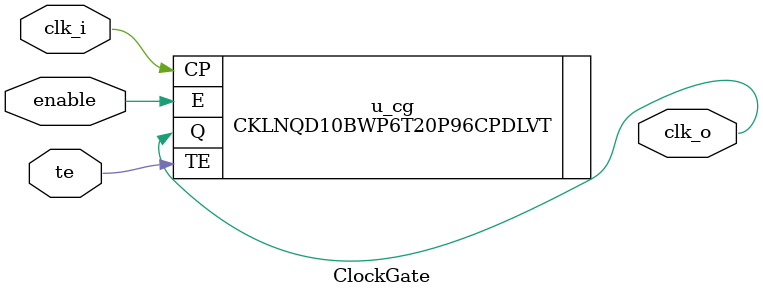
<source format=sv>

module ClockGate(
  input         clk_i,
  input         enable,  // '1' passthrough, '0' disable.
  input         te,      // test enable
  output        clk_o
);

`ifndef USE_GENERIC
CKLNQD10BWP6T20P96CPDLVT u_cg(
  .TE(te),
  .E(enable),
  .CP(clk_i),
  .Q(clk_o)
);
`else

`ifdef FPGA_XILINX
  BUFGCE #(
    .SIM_DEVICE("ULTRASCALE_PLUS")
  ) u_bufgce (
    .I (clk_i),
    .CE(enable | te),
    .O (clk_o)
  );
`else
  logic en_latch /* verilator clock_enable */;
  always_latch begin
    if (!clk_i) begin
      en_latch = enable | te;
    end
  end
  assign clk_o = en_latch & clk_i;
`endif  // FPGA_XILINX

`endif  // USE_GENERIC

endmodule  // ClockGate

</source>
